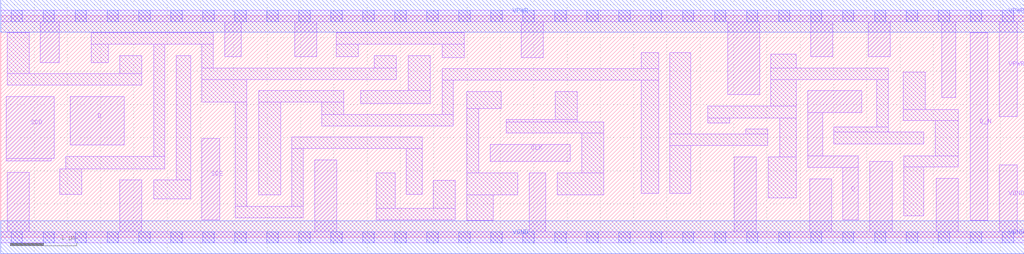
<source format=lef>
# Copyright 2020 The SkyWater PDK Authors
#
# Licensed under the Apache License, Version 2.0 (the "License");
# you may not use this file except in compliance with the License.
# You may obtain a copy of the License at
#
#     https://www.apache.org/licenses/LICENSE-2.0
#
# Unless required by applicable law or agreed to in writing, software
# distributed under the License is distributed on an "AS IS" BASIS,
# WITHOUT WARRANTIES OR CONDITIONS OF ANY KIND, either express or implied.
# See the License for the specific language governing permissions and
# limitations under the License.
#
# SPDX-License-Identifier: Apache-2.0

VERSION 5.7 ;
  NAMESCASESENSITIVE ON ;
  NOWIREEXTENSIONATPIN ON ;
  DIVIDERCHAR "/" ;
  BUSBITCHARS "[]" ;
UNITS
  DATABASE MICRONS 200 ;
END UNITS
MACRO sky130_fd_sc_lp__sdfxbp_2
  CLASS CORE ;
  SOURCE USER ;
  FOREIGN sky130_fd_sc_lp__sdfxbp_2 ;
  ORIGIN  0.000000  0.000000 ;
  SIZE  15.36000 BY  3.330000 ;
  SYMMETRY X Y R90 ;
  SITE unit ;
  PIN D
    ANTENNAGATEAREA  0.159000 ;
    DIRECTION INPUT ;
    USE SIGNAL ;
    PORT
      LAYER li1 ;
        RECT 1.040000 1.385000 1.850000 2.120000 ;
    END
  END D
  PIN Q
    ANTENNADIFFAREA  0.588000 ;
    DIRECTION OUTPUT ;
    USE SIGNAL ;
    PORT
      LAYER li1 ;
        RECT 12.110000 1.050000 12.870000 1.220000 ;
        RECT 12.110000 1.220000 12.335000 1.875000 ;
        RECT 12.110000 1.875000 12.920000 2.205000 ;
        RECT 12.640000 0.260000 12.870000 1.050000 ;
    END
  END Q
  PIN Q_N
    ANTENNADIFFAREA  0.588000 ;
    DIRECTION OUTPUT ;
    USE SIGNAL ;
    PORT
      LAYER li1 ;
        RECT 14.555000 0.255000 14.815000 3.075000 ;
    END
  END Q_N
  PIN SCD
    ANTENNAGATEAREA  0.159000 ;
    DIRECTION INPUT ;
    USE SIGNAL ;
    PORT
      LAYER li1 ;
        RECT 0.085000 1.145000 0.755000 1.185000 ;
        RECT 0.085000 1.185000 0.805000 2.120000 ;
    END
  END SCD
  PIN SCE
    ANTENNAGATEAREA  0.318000 ;
    DIRECTION INPUT ;
    USE SIGNAL ;
    PORT
      LAYER li1 ;
        RECT 3.020000 0.265000 3.285000 1.485000 ;
    END
  END SCE
  PIN CLK
    ANTENNAGATEAREA  0.159000 ;
    DIRECTION INPUT ;
    USE CLOCK ;
    PORT
      LAYER li1 ;
        RECT 7.345000 1.140000 8.550000 1.395000 ;
    END
  END CLK
  PIN VGND
    DIRECTION INOUT ;
    USE GROUND ;
    PORT
      LAYER li1 ;
        RECT  0.000000 -0.085000 15.360000 0.085000 ;
        RECT  0.095000  0.085000  0.425000 0.975000 ;
        RECT  1.785000  0.085000  2.115000 0.860000 ;
        RECT  4.710000  0.085000  5.040000 1.165000 ;
        RECT  7.930000  0.085000  8.180000 0.970000 ;
        RECT 11.010000  0.085000 11.340000 1.210000 ;
        RECT 12.140000  0.085000 12.470000 0.880000 ;
        RECT 13.040000  0.085000 13.385000 1.140000 ;
        RECT 14.045000  0.085000 14.375000 0.885000 ;
        RECT 14.985000  0.085000 15.255000 1.090000 ;
      LAYER mcon ;
        RECT  0.155000 -0.085000  0.325000 0.085000 ;
        RECT  0.635000 -0.085000  0.805000 0.085000 ;
        RECT  1.115000 -0.085000  1.285000 0.085000 ;
        RECT  1.595000 -0.085000  1.765000 0.085000 ;
        RECT  2.075000 -0.085000  2.245000 0.085000 ;
        RECT  2.555000 -0.085000  2.725000 0.085000 ;
        RECT  3.035000 -0.085000  3.205000 0.085000 ;
        RECT  3.515000 -0.085000  3.685000 0.085000 ;
        RECT  3.995000 -0.085000  4.165000 0.085000 ;
        RECT  4.475000 -0.085000  4.645000 0.085000 ;
        RECT  4.955000 -0.085000  5.125000 0.085000 ;
        RECT  5.435000 -0.085000  5.605000 0.085000 ;
        RECT  5.915000 -0.085000  6.085000 0.085000 ;
        RECT  6.395000 -0.085000  6.565000 0.085000 ;
        RECT  6.875000 -0.085000  7.045000 0.085000 ;
        RECT  7.355000 -0.085000  7.525000 0.085000 ;
        RECT  7.835000 -0.085000  8.005000 0.085000 ;
        RECT  8.315000 -0.085000  8.485000 0.085000 ;
        RECT  8.795000 -0.085000  8.965000 0.085000 ;
        RECT  9.275000 -0.085000  9.445000 0.085000 ;
        RECT  9.755000 -0.085000  9.925000 0.085000 ;
        RECT 10.235000 -0.085000 10.405000 0.085000 ;
        RECT 10.715000 -0.085000 10.885000 0.085000 ;
        RECT 11.195000 -0.085000 11.365000 0.085000 ;
        RECT 11.675000 -0.085000 11.845000 0.085000 ;
        RECT 12.155000 -0.085000 12.325000 0.085000 ;
        RECT 12.635000 -0.085000 12.805000 0.085000 ;
        RECT 13.115000 -0.085000 13.285000 0.085000 ;
        RECT 13.595000 -0.085000 13.765000 0.085000 ;
        RECT 14.075000 -0.085000 14.245000 0.085000 ;
        RECT 14.555000 -0.085000 14.725000 0.085000 ;
        RECT 15.035000 -0.085000 15.205000 0.085000 ;
      LAYER met1 ;
        RECT 0.000000 -0.245000 15.360000 0.245000 ;
    END
  END VGND
  PIN VPWR
    DIRECTION INOUT ;
    USE POWER ;
    PORT
      LAYER li1 ;
        RECT  0.000000 3.245000 15.360000 3.415000 ;
        RECT  0.595000 2.630000  0.875000 3.245000 ;
        RECT  3.360000 2.715000  3.610000 3.245000 ;
        RECT  4.415000 2.715000  4.745000 3.245000 ;
        RECT  7.810000 2.705000  8.140000 3.245000 ;
        RECT 10.915000 2.145000 11.390000 3.245000 ;
        RECT 12.160000 2.715000 12.490000 3.245000 ;
        RECT 13.020000 2.715000 13.350000 3.245000 ;
        RECT 14.125000 2.105000 14.335000 3.245000 ;
        RECT 14.985000 1.815000 15.255000 3.245000 ;
      LAYER mcon ;
        RECT  0.155000 3.245000  0.325000 3.415000 ;
        RECT  0.635000 3.245000  0.805000 3.415000 ;
        RECT  1.115000 3.245000  1.285000 3.415000 ;
        RECT  1.595000 3.245000  1.765000 3.415000 ;
        RECT  2.075000 3.245000  2.245000 3.415000 ;
        RECT  2.555000 3.245000  2.725000 3.415000 ;
        RECT  3.035000 3.245000  3.205000 3.415000 ;
        RECT  3.515000 3.245000  3.685000 3.415000 ;
        RECT  3.995000 3.245000  4.165000 3.415000 ;
        RECT  4.475000 3.245000  4.645000 3.415000 ;
        RECT  4.955000 3.245000  5.125000 3.415000 ;
        RECT  5.435000 3.245000  5.605000 3.415000 ;
        RECT  5.915000 3.245000  6.085000 3.415000 ;
        RECT  6.395000 3.245000  6.565000 3.415000 ;
        RECT  6.875000 3.245000  7.045000 3.415000 ;
        RECT  7.355000 3.245000  7.525000 3.415000 ;
        RECT  7.835000 3.245000  8.005000 3.415000 ;
        RECT  8.315000 3.245000  8.485000 3.415000 ;
        RECT  8.795000 3.245000  8.965000 3.415000 ;
        RECT  9.275000 3.245000  9.445000 3.415000 ;
        RECT  9.755000 3.245000  9.925000 3.415000 ;
        RECT 10.235000 3.245000 10.405000 3.415000 ;
        RECT 10.715000 3.245000 10.885000 3.415000 ;
        RECT 11.195000 3.245000 11.365000 3.415000 ;
        RECT 11.675000 3.245000 11.845000 3.415000 ;
        RECT 12.155000 3.245000 12.325000 3.415000 ;
        RECT 12.635000 3.245000 12.805000 3.415000 ;
        RECT 13.115000 3.245000 13.285000 3.415000 ;
        RECT 13.595000 3.245000 13.765000 3.415000 ;
        RECT 14.075000 3.245000 14.245000 3.415000 ;
        RECT 14.555000 3.245000 14.725000 3.415000 ;
        RECT 15.035000 3.245000 15.205000 3.415000 ;
      LAYER met1 ;
        RECT 0.000000 3.085000 15.360000 3.575000 ;
    END
  END VPWR
  OBS
    LAYER li1 ;
      RECT  0.095000 2.290000  2.115000 2.460000 ;
      RECT  0.095000 2.460000  0.425000 3.075000 ;
      RECT  0.885000 0.645000  1.215000 1.030000 ;
      RECT  0.975000 1.030000  2.465000 1.215000 ;
      RECT  1.355000 2.630000  1.615000 2.905000 ;
      RECT  1.355000 2.905000  3.190000 3.075000 ;
      RECT  1.785000 2.460000  2.115000 2.735000 ;
      RECT  2.295000 0.580000  2.850000 0.860000 ;
      RECT  2.295000 1.215000  2.465000 2.905000 ;
      RECT  2.635000 0.860000  2.850000 2.735000 ;
      RECT  3.020000 2.035000  3.690000 2.375000 ;
      RECT  3.020000 2.375000  5.935000 2.545000 ;
      RECT  3.020000 2.545000  3.190000 2.905000 ;
      RECT  3.520000 0.295000  4.540000 0.465000 ;
      RECT  3.520000 0.465000  3.690000 2.035000 ;
      RECT  3.870000 0.635000  4.200000 2.035000 ;
      RECT  3.870000 2.035000  5.145000 2.205000 ;
      RECT  4.370000 0.465000  4.540000 1.335000 ;
      RECT  4.370000 1.335000  6.325000 1.505000 ;
      RECT  4.815000 1.675000  6.795000 1.845000 ;
      RECT  4.815000 1.845000  5.145000 2.035000 ;
      RECT  5.035000 2.715000  5.365000 2.905000 ;
      RECT  5.035000 2.905000  6.955000 3.075000 ;
      RECT  5.400000 2.015000  6.445000 2.205000 ;
      RECT  5.605000 2.545000  5.935000 2.735000 ;
      RECT  5.635000 0.265000  6.825000 0.435000 ;
      RECT  5.635000 0.435000  5.920000 0.965000 ;
      RECT  6.090000 0.645000  6.325000 1.335000 ;
      RECT  6.115000 2.205000  6.445000 2.735000 ;
      RECT  6.495000 0.435000  6.825000 0.855000 ;
      RECT  6.625000 1.845000  6.795000 2.365000 ;
      RECT  6.625000 2.365000  9.875000 2.535000 ;
      RECT  6.625000 2.705000  6.955000 2.905000 ;
      RECT  6.995000 0.255000  7.395000 0.640000 ;
      RECT  6.995000 0.640000  7.760000 0.970000 ;
      RECT  6.995000 0.970000  7.175000 1.940000 ;
      RECT  6.995000 1.940000  7.515000 2.195000 ;
      RECT  7.590000 1.565000  9.050000 1.735000 ;
      RECT  7.590000 1.735000  8.650000 1.770000 ;
      RECT  8.320000 1.770000  8.650000 2.195000 ;
      RECT  8.350000 0.640000  9.050000 0.970000 ;
      RECT  8.720000 0.970000  9.050000 1.565000 ;
      RECT  9.615000 0.660000  9.875000 2.365000 ;
      RECT  9.615000 2.535000  9.875000 2.775000 ;
      RECT 10.045000 0.660000 10.360000 1.380000 ;
      RECT 10.045000 1.380000 11.510000 1.550000 ;
      RECT 10.045000 1.550000 10.360000 2.775000 ;
      RECT 10.610000 1.720000 10.940000 1.795000 ;
      RECT 10.610000 1.795000 11.940000 1.975000 ;
      RECT 11.180000 1.550000 11.510000 1.625000 ;
      RECT 11.520000 0.590000 11.940000 1.210000 ;
      RECT 11.560000 1.975000 11.940000 2.375000 ;
      RECT 11.560000 2.375000 13.320000 2.545000 ;
      RECT 11.560000 2.545000 11.940000 2.755000 ;
      RECT 11.690000 1.210000 11.940000 1.795000 ;
      RECT 12.505000 1.405000 13.855000 1.585000 ;
      RECT 12.505000 1.585000 13.320000 1.655000 ;
      RECT 13.150000 1.655000 13.320000 2.375000 ;
      RECT 13.545000 1.755000 14.375000 1.925000 ;
      RECT 13.545000 1.925000 13.875000 2.485000 ;
      RECT 13.555000 0.325000 13.855000 1.055000 ;
      RECT 13.555000 1.055000 14.375000 1.225000 ;
      RECT 14.025000 1.225000 14.375000 1.755000 ;
  END
END sky130_fd_sc_lp__sdfxbp_2

</source>
